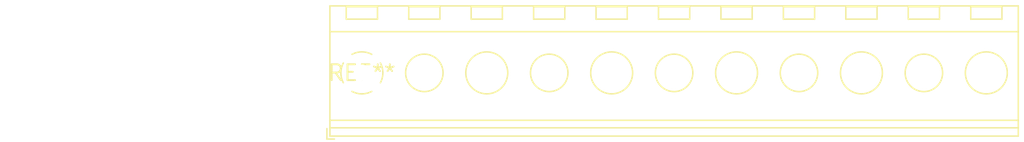
<source format=kicad_pcb>
(kicad_pcb (version 20240108) (generator pcbnew)
  (layers (0 "F.Cu" signal) (31 "B.Cu" signal) (34 "B.Paste" user) (35 "F.Paste" user) (36 "B.SilkS" user "B.Silkscreen") (37 "F.SilkS" user "F.Silkscreen") (38 "B.Mask" user) (39 "F.Mask" user) (44 "Edge.Cuts" user))
  (net 0 "")
  (footprint "TerminalBlock_RND_205-00082_1x06_P10.00mm_Horizontal" (layer "F.Cu") (at 0 0)
    (property "Reference" "REF**")
    (property "Value" "TerminalBlock_RND_205-00082_1x06_P10.00mm_Horizontal")
    (fp_line (start -2.8 4.46) (end -2.8 5.3) (layer "F.SilkS") (stroke (width 0.12)))
    (fp_line (start -2.8 5.3) (end -2.2 5.3) (layer "F.SilkS") (stroke (width 0.12)))
    (fp_line (start -2.56 -5.36) (end -2.56 5.06) (layer "F.SilkS") (stroke (width 0.12)))
    (fp_line (start -2.56 -5.36) (end 52.56 -5.36) (layer "F.SilkS") (stroke (width 0.12)))
    (fp_line (start -2.56 -3.301) (end 52.56 -3.301) (layer "F.SilkS") (stroke (width 0.12)))
    (fp_line (start -2.56 3.8) (end 52.56 3.8) (layer "F.SilkS") (stroke (width 0.12)))
    (fp_line (start -2.56 4.4) (end 52.56 4.4) (layer "F.SilkS") (stroke (width 0.12)))
    (fp_line (start -2.56 5.06) (end 52.56 5.06) (layer "F.SilkS") (stroke (width 0.12)))
    (fp_line (start -1.25 -5.301) (end -1.25 -4.301) (layer "F.SilkS") (stroke (width 0.12)))
    (fp_line (start -1.25 -5.301) (end 1.25 -5.301) (layer "F.SilkS") (stroke (width 0.12)))
    (fp_line (start -1.25 -4.301) (end 1.25 -4.301) (layer "F.SilkS") (stroke (width 0.12)))
    (fp_line (start 1.25 -5.301) (end 1.25 -4.301) (layer "F.SilkS") (stroke (width 0.12)))
    (fp_line (start 3.75 -5.301) (end 3.75 -4.301) (layer "F.SilkS") (stroke (width 0.12)))
    (fp_line (start 3.75 -5.301) (end 6.25 -5.301) (layer "F.SilkS") (stroke (width 0.12)))
    (fp_line (start 3.75 -4.301) (end 6.25 -4.301) (layer "F.SilkS") (stroke (width 0.12)))
    (fp_line (start 6.25 -5.301) (end 6.25 -4.301) (layer "F.SilkS") (stroke (width 0.12)))
    (fp_line (start 8.75 -5.301) (end 8.75 -4.301) (layer "F.SilkS") (stroke (width 0.12)))
    (fp_line (start 8.75 -5.301) (end 11.25 -5.301) (layer "F.SilkS") (stroke (width 0.12)))
    (fp_line (start 8.75 -4.301) (end 11.25 -4.301) (layer "F.SilkS") (stroke (width 0.12)))
    (fp_line (start 11.25 -5.301) (end 11.25 -4.301) (layer "F.SilkS") (stroke (width 0.12)))
    (fp_line (start 13.75 -5.301) (end 13.75 -4.301) (layer "F.SilkS") (stroke (width 0.12)))
    (fp_line (start 13.75 -5.301) (end 16.25 -5.301) (layer "F.SilkS") (stroke (width 0.12)))
    (fp_line (start 13.75 -4.301) (end 16.25 -4.301) (layer "F.SilkS") (stroke (width 0.12)))
    (fp_line (start 16.25 -5.301) (end 16.25 -4.301) (layer "F.SilkS") (stroke (width 0.12)))
    (fp_line (start 18.75 -5.301) (end 18.75 -4.301) (layer "F.SilkS") (stroke (width 0.12)))
    (fp_line (start 18.75 -5.301) (end 21.25 -5.301) (layer "F.SilkS") (stroke (width 0.12)))
    (fp_line (start 18.75 -4.301) (end 21.25 -4.301) (layer "F.SilkS") (stroke (width 0.12)))
    (fp_line (start 21.25 -5.301) (end 21.25 -4.301) (layer "F.SilkS") (stroke (width 0.12)))
    (fp_line (start 23.75 -5.301) (end 23.75 -4.301) (layer "F.SilkS") (stroke (width 0.12)))
    (fp_line (start 23.75 -5.301) (end 26.25 -5.301) (layer "F.SilkS") (stroke (width 0.12)))
    (fp_line (start 23.75 -4.301) (end 26.25 -4.301) (layer "F.SilkS") (stroke (width 0.12)))
    (fp_line (start 26.25 -5.301) (end 26.25 -4.301) (layer "F.SilkS") (stroke (width 0.12)))
    (fp_line (start 28.75 -5.301) (end 28.75 -4.301) (layer "F.SilkS") (stroke (width 0.12)))
    (fp_line (start 28.75 -5.301) (end 31.25 -5.301) (layer "F.SilkS") (stroke (width 0.12)))
    (fp_line (start 28.75 -4.301) (end 31.25 -4.301) (layer "F.SilkS") (stroke (width 0.12)))
    (fp_line (start 31.25 -5.301) (end 31.25 -4.301) (layer "F.SilkS") (stroke (width 0.12)))
    (fp_line (start 33.75 -5.301) (end 33.75 -4.301) (layer "F.SilkS") (stroke (width 0.12)))
    (fp_line (start 33.75 -5.301) (end 36.25 -5.301) (layer "F.SilkS") (stroke (width 0.12)))
    (fp_line (start 33.75 -4.301) (end 36.25 -4.301) (layer "F.SilkS") (stroke (width 0.12)))
    (fp_line (start 36.25 -5.301) (end 36.25 -4.301) (layer "F.SilkS") (stroke (width 0.12)))
    (fp_line (start 38.75 -5.301) (end 38.75 -4.301) (layer "F.SilkS") (stroke (width 0.12)))
    (fp_line (start 38.75 -5.301) (end 41.25 -5.301) (layer "F.SilkS") (stroke (width 0.12)))
    (fp_line (start 38.75 -4.301) (end 41.25 -4.301) (layer "F.SilkS") (stroke (width 0.12)))
    (fp_line (start 41.25 -5.301) (end 41.25 -4.301) (layer "F.SilkS") (stroke (width 0.12)))
    (fp_line (start 43.75 -5.301) (end 43.75 -4.301) (layer "F.SilkS") (stroke (width 0.12)))
    (fp_line (start 43.75 -5.301) (end 46.25 -5.301) (layer "F.SilkS") (stroke (width 0.12)))
    (fp_line (start 43.75 -4.301) (end 46.25 -4.301) (layer "F.SilkS") (stroke (width 0.12)))
    (fp_line (start 46.25 -5.301) (end 46.25 -4.301) (layer "F.SilkS") (stroke (width 0.12)))
    (fp_line (start 48.75 -5.301) (end 48.75 -4.301) (layer "F.SilkS") (stroke (width 0.12)))
    (fp_line (start 48.75 -5.301) (end 51.25 -5.301) (layer "F.SilkS") (stroke (width 0.12)))
    (fp_line (start 48.75 -4.301) (end 51.25 -4.301) (layer "F.SilkS") (stroke (width 0.12)))
    (fp_line (start 51.25 -5.301) (end 51.25 -4.301) (layer "F.SilkS") (stroke (width 0.12)))
    (fp_line (start 52.56 -5.36) (end 52.56 5.06) (layer "F.SilkS") (stroke (width 0.12)))
    (fp_arc (start -1.483953 0.789089) (mid -1.680708 5e-05) (end -1.484 -0.789) (layer "F.SilkS") (stroke (width 0.12)))
    (fp_arc (start -0.789089 -1.483953) (mid -5e-05 -1.680708) (end 0.789 -1.484) (layer "F.SilkS") (stroke (width 0.12)))
    (fp_arc (start 0.029383 1.68045) (mid -0.392304 1.634281) (end -0.789 1.484) (layer "F.SilkS") (stroke (width 0.12)))
    (fp_arc (start 0.788712 1.483352) (mid 0.406429 1.630097) (end 0 1.68) (layer "F.SilkS") (stroke (width 0.12)))
    (fp_arc (start 1.483953 -0.789089) (mid 1.680708 -5e-05) (end 1.484 0.789) (layer "F.SilkS") (stroke (width 0.12)))
    (fp_circle (center 5 0) (end 6.5 0) (layer "F.SilkS") (stroke (width 0.12)) (fill none))
    (fp_circle (center 10 0) (end 11.68 0) (layer "F.SilkS") (stroke (width 0.12)) (fill none))
    (fp_circle (center 15 0) (end 16.5 0) (layer "F.SilkS") (stroke (width 0.12)) (fill none))
    (fp_circle (center 20 0) (end 21.68 0) (layer "F.SilkS") (stroke (width 0.12)) (fill none))
    (fp_circle (center 25 0) (end 26.5 0) (layer "F.SilkS") (stroke (width 0.12)) (fill none))
    (fp_circle (center 30 0) (end 31.68 0) (layer "F.SilkS") (stroke (width 0.12)) (fill none))
    (fp_circle (center 35 0) (end 36.5 0) (layer "F.SilkS") (stroke (width 0.12)) (fill none))
    (fp_circle (center 40 0) (end 41.68 0) (layer "F.SilkS") (stroke (width 0.12)) (fill none))
    (fp_circle (center 45 0) (end 46.5 0) (layer "F.SilkS") (stroke (width 0.12)) (fill none))
    (fp_circle (center 50 0) (end 51.68 0) (layer "F.SilkS") (stroke (width 0.12)) (fill none))
    (pad "1" thru_hole rect (at 0 0) (size 2.5 2.5) (drill 1.3) (layers *.Cu *.Mask) (remove_unused_layers))
    (pad "2" thru_hole circle (at 10 0) (size 2.5 2.5) (drill 1.3) (layers *.Cu *.Mask) (remove_unused_layers))
    (pad "3" thru_hole circle (at 20 0) (size 2.5 2.5) (drill 1.3) (layers *.Cu *.Mask) (remove_unused_layers))
    (pad "4" thru_hole circle (at 30 0) (size 2.5 2.5) (drill 1.3) (layers *.Cu *.Mask) (remove_unused_layers))
    (pad "5" thru_hole circle (at 40 0) (size 2.5 2.5) (drill 1.3) (layers *.Cu *.Mask) (remove_unused_layers))
    (pad "6" thru_hole circle (at 50 0) (size 2.5 2.5) (drill 1.3) (layers *.Cu *.Mask) (remove_unused_layers))
  )
)
</source>
